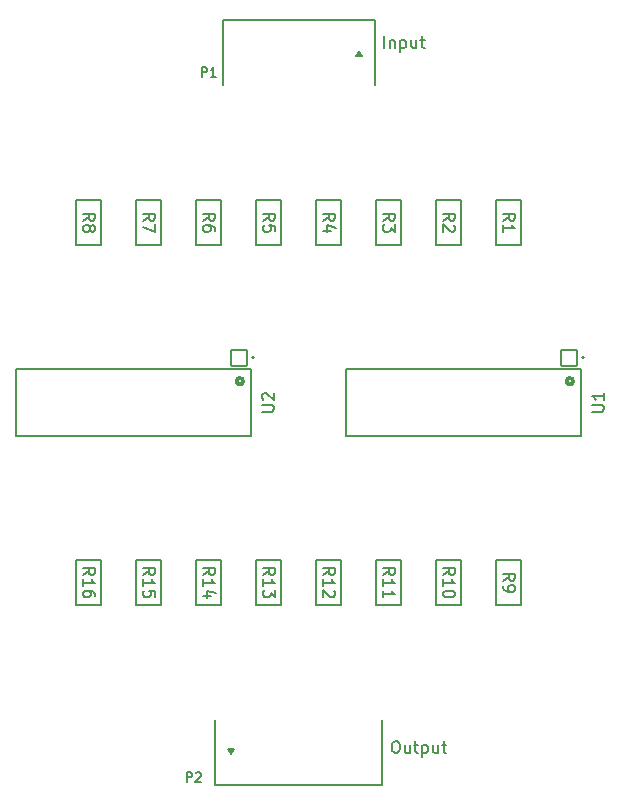
<source format=gbr>
%TF.GenerationSoftware,KiCad,Pcbnew,7.0.9*%
%TF.CreationDate,2024-01-04T07:45:15-05:00*%
%TF.ProjectId,trigger_line,74726967-6765-4725-9f6c-696e652e6b69,rev?*%
%TF.SameCoordinates,Original*%
%TF.FileFunction,Legend,Top*%
%TF.FilePolarity,Positive*%
%FSLAX46Y46*%
G04 Gerber Fmt 4.6, Leading zero omitted, Abs format (unit mm)*
G04 Created by KiCad (PCBNEW 7.0.9) date 2024-01-04 07:45:15*
%MOMM*%
%LPD*%
G01*
G04 APERTURE LIST*
G04 Aperture macros list*
%AMRoundRect*
0 Rectangle with rounded corners*
0 $1 Rounding radius*
0 $2 $3 $4 $5 $6 $7 $8 $9 X,Y pos of 4 corners*
0 Add a 4 corners polygon primitive as box body*
4,1,4,$2,$3,$4,$5,$6,$7,$8,$9,$2,$3,0*
0 Add four circle primitives for the rounded corners*
1,1,$1+$1,$2,$3*
1,1,$1+$1,$4,$5*
1,1,$1+$1,$6,$7*
1,1,$1+$1,$8,$9*
0 Add four rect primitives between the rounded corners*
20,1,$1+$1,$2,$3,$4,$5,0*
20,1,$1+$1,$4,$5,$6,$7,0*
20,1,$1+$1,$6,$7,$8,$9,0*
20,1,$1+$1,$8,$9,$2,$3,0*%
G04 Aperture macros list end*
%ADD10C,0.150000*%
%ADD11C,0.200000*%
%ADD12C,0.350000*%
%ADD13C,0.152400*%
%ADD14C,0.127000*%
%ADD15RoundRect,0.102000X-0.679000X0.679000X-0.679000X-0.679000X0.679000X-0.679000X0.679000X0.679000X0*%
%ADD16C,1.562000*%
%ADD17R,1.244600X1.244600*%
%ADD18C,1.244600*%
%ADD19O,1.220000X2.236000*%
G04 APERTURE END LIST*
D10*
X136614451Y-88392426D02*
X137424530Y-88392426D01*
X137424530Y-88392426D02*
X137519833Y-88344775D01*
X137519833Y-88344775D02*
X137567485Y-88297123D01*
X137567485Y-88297123D02*
X137615136Y-88201820D01*
X137615136Y-88201820D02*
X137615136Y-88011213D01*
X137615136Y-88011213D02*
X137567485Y-87915910D01*
X137567485Y-87915910D02*
X137519833Y-87868258D01*
X137519833Y-87868258D02*
X137424530Y-87820606D01*
X137424530Y-87820606D02*
X136614451Y-87820606D01*
X136709755Y-87391741D02*
X136662103Y-87344089D01*
X136662103Y-87344089D02*
X136614451Y-87248786D01*
X136614451Y-87248786D02*
X136614451Y-87010528D01*
X136614451Y-87010528D02*
X136662103Y-86915224D01*
X136662103Y-86915224D02*
X136709755Y-86867573D01*
X136709755Y-86867573D02*
X136805058Y-86819921D01*
X136805058Y-86819921D02*
X136900361Y-86819921D01*
X136900361Y-86819921D02*
X137043316Y-86867573D01*
X137043316Y-86867573D02*
X137615136Y-87439393D01*
X137615136Y-87439393D02*
X137615136Y-86819921D01*
X126545180Y-72223333D02*
X127021371Y-71890000D01*
X126545180Y-71651905D02*
X127545180Y-71651905D01*
X127545180Y-71651905D02*
X127545180Y-72032857D01*
X127545180Y-72032857D02*
X127497561Y-72128095D01*
X127497561Y-72128095D02*
X127449942Y-72175714D01*
X127449942Y-72175714D02*
X127354704Y-72223333D01*
X127354704Y-72223333D02*
X127211847Y-72223333D01*
X127211847Y-72223333D02*
X127116609Y-72175714D01*
X127116609Y-72175714D02*
X127068990Y-72128095D01*
X127068990Y-72128095D02*
X127021371Y-72032857D01*
X127021371Y-72032857D02*
X127021371Y-71651905D01*
X127545180Y-72556667D02*
X127545180Y-73223333D01*
X127545180Y-73223333D02*
X126545180Y-72794762D01*
X141785180Y-72223333D02*
X142261371Y-71890000D01*
X141785180Y-71651905D02*
X142785180Y-71651905D01*
X142785180Y-71651905D02*
X142785180Y-72032857D01*
X142785180Y-72032857D02*
X142737561Y-72128095D01*
X142737561Y-72128095D02*
X142689942Y-72175714D01*
X142689942Y-72175714D02*
X142594704Y-72223333D01*
X142594704Y-72223333D02*
X142451847Y-72223333D01*
X142451847Y-72223333D02*
X142356609Y-72175714D01*
X142356609Y-72175714D02*
X142308990Y-72128095D01*
X142308990Y-72128095D02*
X142261371Y-72032857D01*
X142261371Y-72032857D02*
X142261371Y-71651905D01*
X142451847Y-73080476D02*
X141785180Y-73080476D01*
X142832800Y-72842381D02*
X142118514Y-72604286D01*
X142118514Y-72604286D02*
X142118514Y-73223333D01*
X131489524Y-60052295D02*
X131489524Y-59252295D01*
X131489524Y-59252295D02*
X131794286Y-59252295D01*
X131794286Y-59252295D02*
X131870476Y-59290390D01*
X131870476Y-59290390D02*
X131908571Y-59328485D01*
X131908571Y-59328485D02*
X131946667Y-59404676D01*
X131946667Y-59404676D02*
X131946667Y-59518961D01*
X131946667Y-59518961D02*
X131908571Y-59595152D01*
X131908571Y-59595152D02*
X131870476Y-59633247D01*
X131870476Y-59633247D02*
X131794286Y-59671342D01*
X131794286Y-59671342D02*
X131489524Y-59671342D01*
X132708571Y-60052295D02*
X132251428Y-60052295D01*
X132480000Y-60052295D02*
X132480000Y-59252295D01*
X132480000Y-59252295D02*
X132403809Y-59366580D01*
X132403809Y-59366580D02*
X132327619Y-59442771D01*
X132327619Y-59442771D02*
X132251428Y-59480866D01*
X146947143Y-57604819D02*
X146947143Y-56604819D01*
X147423333Y-56938152D02*
X147423333Y-57604819D01*
X147423333Y-57033390D02*
X147470952Y-56985771D01*
X147470952Y-56985771D02*
X147566190Y-56938152D01*
X147566190Y-56938152D02*
X147709047Y-56938152D01*
X147709047Y-56938152D02*
X147804285Y-56985771D01*
X147804285Y-56985771D02*
X147851904Y-57081009D01*
X147851904Y-57081009D02*
X147851904Y-57604819D01*
X148328095Y-56938152D02*
X148328095Y-57938152D01*
X148328095Y-56985771D02*
X148423333Y-56938152D01*
X148423333Y-56938152D02*
X148613809Y-56938152D01*
X148613809Y-56938152D02*
X148709047Y-56985771D01*
X148709047Y-56985771D02*
X148756666Y-57033390D01*
X148756666Y-57033390D02*
X148804285Y-57128628D01*
X148804285Y-57128628D02*
X148804285Y-57414342D01*
X148804285Y-57414342D02*
X148756666Y-57509580D01*
X148756666Y-57509580D02*
X148709047Y-57557200D01*
X148709047Y-57557200D02*
X148613809Y-57604819D01*
X148613809Y-57604819D02*
X148423333Y-57604819D01*
X148423333Y-57604819D02*
X148328095Y-57557200D01*
X149661428Y-56938152D02*
X149661428Y-57604819D01*
X149232857Y-56938152D02*
X149232857Y-57461961D01*
X149232857Y-57461961D02*
X149280476Y-57557200D01*
X149280476Y-57557200D02*
X149375714Y-57604819D01*
X149375714Y-57604819D02*
X149518571Y-57604819D01*
X149518571Y-57604819D02*
X149613809Y-57557200D01*
X149613809Y-57557200D02*
X149661428Y-57509580D01*
X149994762Y-56938152D02*
X150375714Y-56938152D01*
X150137619Y-56604819D02*
X150137619Y-57461961D01*
X150137619Y-57461961D02*
X150185238Y-57557200D01*
X150185238Y-57557200D02*
X150280476Y-57604819D01*
X150280476Y-57604819D02*
X150375714Y-57604819D01*
X136705180Y-102227142D02*
X137181371Y-101893809D01*
X136705180Y-101655714D02*
X137705180Y-101655714D01*
X137705180Y-101655714D02*
X137705180Y-102036666D01*
X137705180Y-102036666D02*
X137657561Y-102131904D01*
X137657561Y-102131904D02*
X137609942Y-102179523D01*
X137609942Y-102179523D02*
X137514704Y-102227142D01*
X137514704Y-102227142D02*
X137371847Y-102227142D01*
X137371847Y-102227142D02*
X137276609Y-102179523D01*
X137276609Y-102179523D02*
X137228990Y-102131904D01*
X137228990Y-102131904D02*
X137181371Y-102036666D01*
X137181371Y-102036666D02*
X137181371Y-101655714D01*
X136705180Y-103179523D02*
X136705180Y-102608095D01*
X136705180Y-102893809D02*
X137705180Y-102893809D01*
X137705180Y-102893809D02*
X137562323Y-102798571D01*
X137562323Y-102798571D02*
X137467085Y-102703333D01*
X137467085Y-102703333D02*
X137419466Y-102608095D01*
X137705180Y-103512857D02*
X137705180Y-104131904D01*
X137705180Y-104131904D02*
X137324228Y-103798571D01*
X137324228Y-103798571D02*
X137324228Y-103941428D01*
X137324228Y-103941428D02*
X137276609Y-104036666D01*
X137276609Y-104036666D02*
X137228990Y-104084285D01*
X137228990Y-104084285D02*
X137133752Y-104131904D01*
X137133752Y-104131904D02*
X136895657Y-104131904D01*
X136895657Y-104131904D02*
X136800419Y-104084285D01*
X136800419Y-104084285D02*
X136752800Y-104036666D01*
X136752800Y-104036666D02*
X136705180Y-103941428D01*
X136705180Y-103941428D02*
X136705180Y-103655714D01*
X136705180Y-103655714D02*
X136752800Y-103560476D01*
X136752800Y-103560476D02*
X136800419Y-103512857D01*
X126545180Y-102227142D02*
X127021371Y-101893809D01*
X126545180Y-101655714D02*
X127545180Y-101655714D01*
X127545180Y-101655714D02*
X127545180Y-102036666D01*
X127545180Y-102036666D02*
X127497561Y-102131904D01*
X127497561Y-102131904D02*
X127449942Y-102179523D01*
X127449942Y-102179523D02*
X127354704Y-102227142D01*
X127354704Y-102227142D02*
X127211847Y-102227142D01*
X127211847Y-102227142D02*
X127116609Y-102179523D01*
X127116609Y-102179523D02*
X127068990Y-102131904D01*
X127068990Y-102131904D02*
X127021371Y-102036666D01*
X127021371Y-102036666D02*
X127021371Y-101655714D01*
X126545180Y-103179523D02*
X126545180Y-102608095D01*
X126545180Y-102893809D02*
X127545180Y-102893809D01*
X127545180Y-102893809D02*
X127402323Y-102798571D01*
X127402323Y-102798571D02*
X127307085Y-102703333D01*
X127307085Y-102703333D02*
X127259466Y-102608095D01*
X127545180Y-104084285D02*
X127545180Y-103608095D01*
X127545180Y-103608095D02*
X127068990Y-103560476D01*
X127068990Y-103560476D02*
X127116609Y-103608095D01*
X127116609Y-103608095D02*
X127164228Y-103703333D01*
X127164228Y-103703333D02*
X127164228Y-103941428D01*
X127164228Y-103941428D02*
X127116609Y-104036666D01*
X127116609Y-104036666D02*
X127068990Y-104084285D01*
X127068990Y-104084285D02*
X126973752Y-104131904D01*
X126973752Y-104131904D02*
X126735657Y-104131904D01*
X126735657Y-104131904D02*
X126640419Y-104084285D01*
X126640419Y-104084285D02*
X126592800Y-104036666D01*
X126592800Y-104036666D02*
X126545180Y-103941428D01*
X126545180Y-103941428D02*
X126545180Y-103703333D01*
X126545180Y-103703333D02*
X126592800Y-103608095D01*
X126592800Y-103608095D02*
X126640419Y-103560476D01*
X146865180Y-102227142D02*
X147341371Y-101893809D01*
X146865180Y-101655714D02*
X147865180Y-101655714D01*
X147865180Y-101655714D02*
X147865180Y-102036666D01*
X147865180Y-102036666D02*
X147817561Y-102131904D01*
X147817561Y-102131904D02*
X147769942Y-102179523D01*
X147769942Y-102179523D02*
X147674704Y-102227142D01*
X147674704Y-102227142D02*
X147531847Y-102227142D01*
X147531847Y-102227142D02*
X147436609Y-102179523D01*
X147436609Y-102179523D02*
X147388990Y-102131904D01*
X147388990Y-102131904D02*
X147341371Y-102036666D01*
X147341371Y-102036666D02*
X147341371Y-101655714D01*
X146865180Y-103179523D02*
X146865180Y-102608095D01*
X146865180Y-102893809D02*
X147865180Y-102893809D01*
X147865180Y-102893809D02*
X147722323Y-102798571D01*
X147722323Y-102798571D02*
X147627085Y-102703333D01*
X147627085Y-102703333D02*
X147579466Y-102608095D01*
X146865180Y-104131904D02*
X146865180Y-103560476D01*
X146865180Y-103846190D02*
X147865180Y-103846190D01*
X147865180Y-103846190D02*
X147722323Y-103750952D01*
X147722323Y-103750952D02*
X147627085Y-103655714D01*
X147627085Y-103655714D02*
X147579466Y-103560476D01*
X164554451Y-88392426D02*
X165364530Y-88392426D01*
X165364530Y-88392426D02*
X165459833Y-88344775D01*
X165459833Y-88344775D02*
X165507485Y-88297123D01*
X165507485Y-88297123D02*
X165555136Y-88201820D01*
X165555136Y-88201820D02*
X165555136Y-88011213D01*
X165555136Y-88011213D02*
X165507485Y-87915910D01*
X165507485Y-87915910D02*
X165459833Y-87868258D01*
X165459833Y-87868258D02*
X165364530Y-87820606D01*
X165364530Y-87820606D02*
X164554451Y-87820606D01*
X165555136Y-86819921D02*
X165555136Y-87391741D01*
X165555136Y-87105831D02*
X164554451Y-87105831D01*
X164554451Y-87105831D02*
X164697406Y-87201134D01*
X164697406Y-87201134D02*
X164792710Y-87296438D01*
X164792710Y-87296438D02*
X164840361Y-87391741D01*
X131625180Y-102227142D02*
X132101371Y-101893809D01*
X131625180Y-101655714D02*
X132625180Y-101655714D01*
X132625180Y-101655714D02*
X132625180Y-102036666D01*
X132625180Y-102036666D02*
X132577561Y-102131904D01*
X132577561Y-102131904D02*
X132529942Y-102179523D01*
X132529942Y-102179523D02*
X132434704Y-102227142D01*
X132434704Y-102227142D02*
X132291847Y-102227142D01*
X132291847Y-102227142D02*
X132196609Y-102179523D01*
X132196609Y-102179523D02*
X132148990Y-102131904D01*
X132148990Y-102131904D02*
X132101371Y-102036666D01*
X132101371Y-102036666D02*
X132101371Y-101655714D01*
X131625180Y-103179523D02*
X131625180Y-102608095D01*
X131625180Y-102893809D02*
X132625180Y-102893809D01*
X132625180Y-102893809D02*
X132482323Y-102798571D01*
X132482323Y-102798571D02*
X132387085Y-102703333D01*
X132387085Y-102703333D02*
X132339466Y-102608095D01*
X132291847Y-104036666D02*
X131625180Y-104036666D01*
X132672800Y-103798571D02*
X131958514Y-103560476D01*
X131958514Y-103560476D02*
X131958514Y-104179523D01*
X136705180Y-72223333D02*
X137181371Y-71890000D01*
X136705180Y-71651905D02*
X137705180Y-71651905D01*
X137705180Y-71651905D02*
X137705180Y-72032857D01*
X137705180Y-72032857D02*
X137657561Y-72128095D01*
X137657561Y-72128095D02*
X137609942Y-72175714D01*
X137609942Y-72175714D02*
X137514704Y-72223333D01*
X137514704Y-72223333D02*
X137371847Y-72223333D01*
X137371847Y-72223333D02*
X137276609Y-72175714D01*
X137276609Y-72175714D02*
X137228990Y-72128095D01*
X137228990Y-72128095D02*
X137181371Y-72032857D01*
X137181371Y-72032857D02*
X137181371Y-71651905D01*
X137705180Y-73128095D02*
X137705180Y-72651905D01*
X137705180Y-72651905D02*
X137228990Y-72604286D01*
X137228990Y-72604286D02*
X137276609Y-72651905D01*
X137276609Y-72651905D02*
X137324228Y-72747143D01*
X137324228Y-72747143D02*
X137324228Y-72985238D01*
X137324228Y-72985238D02*
X137276609Y-73080476D01*
X137276609Y-73080476D02*
X137228990Y-73128095D01*
X137228990Y-73128095D02*
X137133752Y-73175714D01*
X137133752Y-73175714D02*
X136895657Y-73175714D01*
X136895657Y-73175714D02*
X136800419Y-73128095D01*
X136800419Y-73128095D02*
X136752800Y-73080476D01*
X136752800Y-73080476D02*
X136705180Y-72985238D01*
X136705180Y-72985238D02*
X136705180Y-72747143D01*
X136705180Y-72747143D02*
X136752800Y-72651905D01*
X136752800Y-72651905D02*
X136800419Y-72604286D01*
X151945180Y-72223333D02*
X152421371Y-71890000D01*
X151945180Y-71651905D02*
X152945180Y-71651905D01*
X152945180Y-71651905D02*
X152945180Y-72032857D01*
X152945180Y-72032857D02*
X152897561Y-72128095D01*
X152897561Y-72128095D02*
X152849942Y-72175714D01*
X152849942Y-72175714D02*
X152754704Y-72223333D01*
X152754704Y-72223333D02*
X152611847Y-72223333D01*
X152611847Y-72223333D02*
X152516609Y-72175714D01*
X152516609Y-72175714D02*
X152468990Y-72128095D01*
X152468990Y-72128095D02*
X152421371Y-72032857D01*
X152421371Y-72032857D02*
X152421371Y-71651905D01*
X152849942Y-72604286D02*
X152897561Y-72651905D01*
X152897561Y-72651905D02*
X152945180Y-72747143D01*
X152945180Y-72747143D02*
X152945180Y-72985238D01*
X152945180Y-72985238D02*
X152897561Y-73080476D01*
X152897561Y-73080476D02*
X152849942Y-73128095D01*
X152849942Y-73128095D02*
X152754704Y-73175714D01*
X152754704Y-73175714D02*
X152659466Y-73175714D01*
X152659466Y-73175714D02*
X152516609Y-73128095D01*
X152516609Y-73128095D02*
X151945180Y-72556667D01*
X151945180Y-72556667D02*
X151945180Y-73175714D01*
X146865180Y-72223333D02*
X147341371Y-71890000D01*
X146865180Y-71651905D02*
X147865180Y-71651905D01*
X147865180Y-71651905D02*
X147865180Y-72032857D01*
X147865180Y-72032857D02*
X147817561Y-72128095D01*
X147817561Y-72128095D02*
X147769942Y-72175714D01*
X147769942Y-72175714D02*
X147674704Y-72223333D01*
X147674704Y-72223333D02*
X147531847Y-72223333D01*
X147531847Y-72223333D02*
X147436609Y-72175714D01*
X147436609Y-72175714D02*
X147388990Y-72128095D01*
X147388990Y-72128095D02*
X147341371Y-72032857D01*
X147341371Y-72032857D02*
X147341371Y-71651905D01*
X147865180Y-72556667D02*
X147865180Y-73175714D01*
X147865180Y-73175714D02*
X147484228Y-72842381D01*
X147484228Y-72842381D02*
X147484228Y-72985238D01*
X147484228Y-72985238D02*
X147436609Y-73080476D01*
X147436609Y-73080476D02*
X147388990Y-73128095D01*
X147388990Y-73128095D02*
X147293752Y-73175714D01*
X147293752Y-73175714D02*
X147055657Y-73175714D01*
X147055657Y-73175714D02*
X146960419Y-73128095D01*
X146960419Y-73128095D02*
X146912800Y-73080476D01*
X146912800Y-73080476D02*
X146865180Y-72985238D01*
X146865180Y-72985238D02*
X146865180Y-72699524D01*
X146865180Y-72699524D02*
X146912800Y-72604286D01*
X146912800Y-72604286D02*
X146960419Y-72556667D01*
X157025180Y-72223333D02*
X157501371Y-71890000D01*
X157025180Y-71651905D02*
X158025180Y-71651905D01*
X158025180Y-71651905D02*
X158025180Y-72032857D01*
X158025180Y-72032857D02*
X157977561Y-72128095D01*
X157977561Y-72128095D02*
X157929942Y-72175714D01*
X157929942Y-72175714D02*
X157834704Y-72223333D01*
X157834704Y-72223333D02*
X157691847Y-72223333D01*
X157691847Y-72223333D02*
X157596609Y-72175714D01*
X157596609Y-72175714D02*
X157548990Y-72128095D01*
X157548990Y-72128095D02*
X157501371Y-72032857D01*
X157501371Y-72032857D02*
X157501371Y-71651905D01*
X157025180Y-73175714D02*
X157025180Y-72604286D01*
X157025180Y-72890000D02*
X158025180Y-72890000D01*
X158025180Y-72890000D02*
X157882323Y-72794762D01*
X157882323Y-72794762D02*
X157787085Y-72699524D01*
X157787085Y-72699524D02*
X157739466Y-72604286D01*
X151945180Y-102227142D02*
X152421371Y-101893809D01*
X151945180Y-101655714D02*
X152945180Y-101655714D01*
X152945180Y-101655714D02*
X152945180Y-102036666D01*
X152945180Y-102036666D02*
X152897561Y-102131904D01*
X152897561Y-102131904D02*
X152849942Y-102179523D01*
X152849942Y-102179523D02*
X152754704Y-102227142D01*
X152754704Y-102227142D02*
X152611847Y-102227142D01*
X152611847Y-102227142D02*
X152516609Y-102179523D01*
X152516609Y-102179523D02*
X152468990Y-102131904D01*
X152468990Y-102131904D02*
X152421371Y-102036666D01*
X152421371Y-102036666D02*
X152421371Y-101655714D01*
X151945180Y-103179523D02*
X151945180Y-102608095D01*
X151945180Y-102893809D02*
X152945180Y-102893809D01*
X152945180Y-102893809D02*
X152802323Y-102798571D01*
X152802323Y-102798571D02*
X152707085Y-102703333D01*
X152707085Y-102703333D02*
X152659466Y-102608095D01*
X152945180Y-103798571D02*
X152945180Y-103893809D01*
X152945180Y-103893809D02*
X152897561Y-103989047D01*
X152897561Y-103989047D02*
X152849942Y-104036666D01*
X152849942Y-104036666D02*
X152754704Y-104084285D01*
X152754704Y-104084285D02*
X152564228Y-104131904D01*
X152564228Y-104131904D02*
X152326133Y-104131904D01*
X152326133Y-104131904D02*
X152135657Y-104084285D01*
X152135657Y-104084285D02*
X152040419Y-104036666D01*
X152040419Y-104036666D02*
X151992800Y-103989047D01*
X151992800Y-103989047D02*
X151945180Y-103893809D01*
X151945180Y-103893809D02*
X151945180Y-103798571D01*
X151945180Y-103798571D02*
X151992800Y-103703333D01*
X151992800Y-103703333D02*
X152040419Y-103655714D01*
X152040419Y-103655714D02*
X152135657Y-103608095D01*
X152135657Y-103608095D02*
X152326133Y-103560476D01*
X152326133Y-103560476D02*
X152564228Y-103560476D01*
X152564228Y-103560476D02*
X152754704Y-103608095D01*
X152754704Y-103608095D02*
X152849942Y-103655714D01*
X152849942Y-103655714D02*
X152897561Y-103703333D01*
X152897561Y-103703333D02*
X152945180Y-103798571D01*
X157025180Y-102703333D02*
X157501371Y-102370000D01*
X157025180Y-102131905D02*
X158025180Y-102131905D01*
X158025180Y-102131905D02*
X158025180Y-102512857D01*
X158025180Y-102512857D02*
X157977561Y-102608095D01*
X157977561Y-102608095D02*
X157929942Y-102655714D01*
X157929942Y-102655714D02*
X157834704Y-102703333D01*
X157834704Y-102703333D02*
X157691847Y-102703333D01*
X157691847Y-102703333D02*
X157596609Y-102655714D01*
X157596609Y-102655714D02*
X157548990Y-102608095D01*
X157548990Y-102608095D02*
X157501371Y-102512857D01*
X157501371Y-102512857D02*
X157501371Y-102131905D01*
X157025180Y-103179524D02*
X157025180Y-103370000D01*
X157025180Y-103370000D02*
X157072800Y-103465238D01*
X157072800Y-103465238D02*
X157120419Y-103512857D01*
X157120419Y-103512857D02*
X157263276Y-103608095D01*
X157263276Y-103608095D02*
X157453752Y-103655714D01*
X157453752Y-103655714D02*
X157834704Y-103655714D01*
X157834704Y-103655714D02*
X157929942Y-103608095D01*
X157929942Y-103608095D02*
X157977561Y-103560476D01*
X157977561Y-103560476D02*
X158025180Y-103465238D01*
X158025180Y-103465238D02*
X158025180Y-103274762D01*
X158025180Y-103274762D02*
X157977561Y-103179524D01*
X157977561Y-103179524D02*
X157929942Y-103131905D01*
X157929942Y-103131905D02*
X157834704Y-103084286D01*
X157834704Y-103084286D02*
X157596609Y-103084286D01*
X157596609Y-103084286D02*
X157501371Y-103131905D01*
X157501371Y-103131905D02*
X157453752Y-103179524D01*
X157453752Y-103179524D02*
X157406133Y-103274762D01*
X157406133Y-103274762D02*
X157406133Y-103465238D01*
X157406133Y-103465238D02*
X157453752Y-103560476D01*
X157453752Y-103560476D02*
X157501371Y-103608095D01*
X157501371Y-103608095D02*
X157596609Y-103655714D01*
X131625180Y-72223333D02*
X132101371Y-71890000D01*
X131625180Y-71651905D02*
X132625180Y-71651905D01*
X132625180Y-71651905D02*
X132625180Y-72032857D01*
X132625180Y-72032857D02*
X132577561Y-72128095D01*
X132577561Y-72128095D02*
X132529942Y-72175714D01*
X132529942Y-72175714D02*
X132434704Y-72223333D01*
X132434704Y-72223333D02*
X132291847Y-72223333D01*
X132291847Y-72223333D02*
X132196609Y-72175714D01*
X132196609Y-72175714D02*
X132148990Y-72128095D01*
X132148990Y-72128095D02*
X132101371Y-72032857D01*
X132101371Y-72032857D02*
X132101371Y-71651905D01*
X132625180Y-73080476D02*
X132625180Y-72890000D01*
X132625180Y-72890000D02*
X132577561Y-72794762D01*
X132577561Y-72794762D02*
X132529942Y-72747143D01*
X132529942Y-72747143D02*
X132387085Y-72651905D01*
X132387085Y-72651905D02*
X132196609Y-72604286D01*
X132196609Y-72604286D02*
X131815657Y-72604286D01*
X131815657Y-72604286D02*
X131720419Y-72651905D01*
X131720419Y-72651905D02*
X131672800Y-72699524D01*
X131672800Y-72699524D02*
X131625180Y-72794762D01*
X131625180Y-72794762D02*
X131625180Y-72985238D01*
X131625180Y-72985238D02*
X131672800Y-73080476D01*
X131672800Y-73080476D02*
X131720419Y-73128095D01*
X131720419Y-73128095D02*
X131815657Y-73175714D01*
X131815657Y-73175714D02*
X132053752Y-73175714D01*
X132053752Y-73175714D02*
X132148990Y-73128095D01*
X132148990Y-73128095D02*
X132196609Y-73080476D01*
X132196609Y-73080476D02*
X132244228Y-72985238D01*
X132244228Y-72985238D02*
X132244228Y-72794762D01*
X132244228Y-72794762D02*
X132196609Y-72699524D01*
X132196609Y-72699524D02*
X132148990Y-72651905D01*
X132148990Y-72651905D02*
X132053752Y-72604286D01*
X141785180Y-102227142D02*
X142261371Y-101893809D01*
X141785180Y-101655714D02*
X142785180Y-101655714D01*
X142785180Y-101655714D02*
X142785180Y-102036666D01*
X142785180Y-102036666D02*
X142737561Y-102131904D01*
X142737561Y-102131904D02*
X142689942Y-102179523D01*
X142689942Y-102179523D02*
X142594704Y-102227142D01*
X142594704Y-102227142D02*
X142451847Y-102227142D01*
X142451847Y-102227142D02*
X142356609Y-102179523D01*
X142356609Y-102179523D02*
X142308990Y-102131904D01*
X142308990Y-102131904D02*
X142261371Y-102036666D01*
X142261371Y-102036666D02*
X142261371Y-101655714D01*
X141785180Y-103179523D02*
X141785180Y-102608095D01*
X141785180Y-102893809D02*
X142785180Y-102893809D01*
X142785180Y-102893809D02*
X142642323Y-102798571D01*
X142642323Y-102798571D02*
X142547085Y-102703333D01*
X142547085Y-102703333D02*
X142499466Y-102608095D01*
X142689942Y-103560476D02*
X142737561Y-103608095D01*
X142737561Y-103608095D02*
X142785180Y-103703333D01*
X142785180Y-103703333D02*
X142785180Y-103941428D01*
X142785180Y-103941428D02*
X142737561Y-104036666D01*
X142737561Y-104036666D02*
X142689942Y-104084285D01*
X142689942Y-104084285D02*
X142594704Y-104131904D01*
X142594704Y-104131904D02*
X142499466Y-104131904D01*
X142499466Y-104131904D02*
X142356609Y-104084285D01*
X142356609Y-104084285D02*
X141785180Y-103512857D01*
X141785180Y-103512857D02*
X141785180Y-104131904D01*
X121465180Y-72223333D02*
X121941371Y-71890000D01*
X121465180Y-71651905D02*
X122465180Y-71651905D01*
X122465180Y-71651905D02*
X122465180Y-72032857D01*
X122465180Y-72032857D02*
X122417561Y-72128095D01*
X122417561Y-72128095D02*
X122369942Y-72175714D01*
X122369942Y-72175714D02*
X122274704Y-72223333D01*
X122274704Y-72223333D02*
X122131847Y-72223333D01*
X122131847Y-72223333D02*
X122036609Y-72175714D01*
X122036609Y-72175714D02*
X121988990Y-72128095D01*
X121988990Y-72128095D02*
X121941371Y-72032857D01*
X121941371Y-72032857D02*
X121941371Y-71651905D01*
X122036609Y-72794762D02*
X122084228Y-72699524D01*
X122084228Y-72699524D02*
X122131847Y-72651905D01*
X122131847Y-72651905D02*
X122227085Y-72604286D01*
X122227085Y-72604286D02*
X122274704Y-72604286D01*
X122274704Y-72604286D02*
X122369942Y-72651905D01*
X122369942Y-72651905D02*
X122417561Y-72699524D01*
X122417561Y-72699524D02*
X122465180Y-72794762D01*
X122465180Y-72794762D02*
X122465180Y-72985238D01*
X122465180Y-72985238D02*
X122417561Y-73080476D01*
X122417561Y-73080476D02*
X122369942Y-73128095D01*
X122369942Y-73128095D02*
X122274704Y-73175714D01*
X122274704Y-73175714D02*
X122227085Y-73175714D01*
X122227085Y-73175714D02*
X122131847Y-73128095D01*
X122131847Y-73128095D02*
X122084228Y-73080476D01*
X122084228Y-73080476D02*
X122036609Y-72985238D01*
X122036609Y-72985238D02*
X122036609Y-72794762D01*
X122036609Y-72794762D02*
X121988990Y-72699524D01*
X121988990Y-72699524D02*
X121941371Y-72651905D01*
X121941371Y-72651905D02*
X121846133Y-72604286D01*
X121846133Y-72604286D02*
X121655657Y-72604286D01*
X121655657Y-72604286D02*
X121560419Y-72651905D01*
X121560419Y-72651905D02*
X121512800Y-72699524D01*
X121512800Y-72699524D02*
X121465180Y-72794762D01*
X121465180Y-72794762D02*
X121465180Y-72985238D01*
X121465180Y-72985238D02*
X121512800Y-73080476D01*
X121512800Y-73080476D02*
X121560419Y-73128095D01*
X121560419Y-73128095D02*
X121655657Y-73175714D01*
X121655657Y-73175714D02*
X121846133Y-73175714D01*
X121846133Y-73175714D02*
X121941371Y-73128095D01*
X121941371Y-73128095D02*
X121988990Y-73080476D01*
X121988990Y-73080476D02*
X122036609Y-72985238D01*
X121465180Y-102227142D02*
X121941371Y-101893809D01*
X121465180Y-101655714D02*
X122465180Y-101655714D01*
X122465180Y-101655714D02*
X122465180Y-102036666D01*
X122465180Y-102036666D02*
X122417561Y-102131904D01*
X122417561Y-102131904D02*
X122369942Y-102179523D01*
X122369942Y-102179523D02*
X122274704Y-102227142D01*
X122274704Y-102227142D02*
X122131847Y-102227142D01*
X122131847Y-102227142D02*
X122036609Y-102179523D01*
X122036609Y-102179523D02*
X121988990Y-102131904D01*
X121988990Y-102131904D02*
X121941371Y-102036666D01*
X121941371Y-102036666D02*
X121941371Y-101655714D01*
X121465180Y-103179523D02*
X121465180Y-102608095D01*
X121465180Y-102893809D02*
X122465180Y-102893809D01*
X122465180Y-102893809D02*
X122322323Y-102798571D01*
X122322323Y-102798571D02*
X122227085Y-102703333D01*
X122227085Y-102703333D02*
X122179466Y-102608095D01*
X122465180Y-104036666D02*
X122465180Y-103846190D01*
X122465180Y-103846190D02*
X122417561Y-103750952D01*
X122417561Y-103750952D02*
X122369942Y-103703333D01*
X122369942Y-103703333D02*
X122227085Y-103608095D01*
X122227085Y-103608095D02*
X122036609Y-103560476D01*
X122036609Y-103560476D02*
X121655657Y-103560476D01*
X121655657Y-103560476D02*
X121560419Y-103608095D01*
X121560419Y-103608095D02*
X121512800Y-103655714D01*
X121512800Y-103655714D02*
X121465180Y-103750952D01*
X121465180Y-103750952D02*
X121465180Y-103941428D01*
X121465180Y-103941428D02*
X121512800Y-104036666D01*
X121512800Y-104036666D02*
X121560419Y-104084285D01*
X121560419Y-104084285D02*
X121655657Y-104131904D01*
X121655657Y-104131904D02*
X121893752Y-104131904D01*
X121893752Y-104131904D02*
X121988990Y-104084285D01*
X121988990Y-104084285D02*
X122036609Y-104036666D01*
X122036609Y-104036666D02*
X122084228Y-103941428D01*
X122084228Y-103941428D02*
X122084228Y-103750952D01*
X122084228Y-103750952D02*
X122036609Y-103655714D01*
X122036609Y-103655714D02*
X121988990Y-103608095D01*
X121988990Y-103608095D02*
X121893752Y-103560476D01*
X130219524Y-119742295D02*
X130219524Y-118942295D01*
X130219524Y-118942295D02*
X130524286Y-118942295D01*
X130524286Y-118942295D02*
X130600476Y-118980390D01*
X130600476Y-118980390D02*
X130638571Y-119018485D01*
X130638571Y-119018485D02*
X130676667Y-119094676D01*
X130676667Y-119094676D02*
X130676667Y-119208961D01*
X130676667Y-119208961D02*
X130638571Y-119285152D01*
X130638571Y-119285152D02*
X130600476Y-119323247D01*
X130600476Y-119323247D02*
X130524286Y-119361342D01*
X130524286Y-119361342D02*
X130219524Y-119361342D01*
X130981428Y-119018485D02*
X131019524Y-118980390D01*
X131019524Y-118980390D02*
X131095714Y-118942295D01*
X131095714Y-118942295D02*
X131286190Y-118942295D01*
X131286190Y-118942295D02*
X131362381Y-118980390D01*
X131362381Y-118980390D02*
X131400476Y-119018485D01*
X131400476Y-119018485D02*
X131438571Y-119094676D01*
X131438571Y-119094676D02*
X131438571Y-119170866D01*
X131438571Y-119170866D02*
X131400476Y-119285152D01*
X131400476Y-119285152D02*
X130943333Y-119742295D01*
X130943333Y-119742295D02*
X131438571Y-119742295D01*
X147836190Y-116294819D02*
X148026666Y-116294819D01*
X148026666Y-116294819D02*
X148121904Y-116342438D01*
X148121904Y-116342438D02*
X148217142Y-116437676D01*
X148217142Y-116437676D02*
X148264761Y-116628152D01*
X148264761Y-116628152D02*
X148264761Y-116961485D01*
X148264761Y-116961485D02*
X148217142Y-117151961D01*
X148217142Y-117151961D02*
X148121904Y-117247200D01*
X148121904Y-117247200D02*
X148026666Y-117294819D01*
X148026666Y-117294819D02*
X147836190Y-117294819D01*
X147836190Y-117294819D02*
X147740952Y-117247200D01*
X147740952Y-117247200D02*
X147645714Y-117151961D01*
X147645714Y-117151961D02*
X147598095Y-116961485D01*
X147598095Y-116961485D02*
X147598095Y-116628152D01*
X147598095Y-116628152D02*
X147645714Y-116437676D01*
X147645714Y-116437676D02*
X147740952Y-116342438D01*
X147740952Y-116342438D02*
X147836190Y-116294819D01*
X149121904Y-116628152D02*
X149121904Y-117294819D01*
X148693333Y-116628152D02*
X148693333Y-117151961D01*
X148693333Y-117151961D02*
X148740952Y-117247200D01*
X148740952Y-117247200D02*
X148836190Y-117294819D01*
X148836190Y-117294819D02*
X148979047Y-117294819D01*
X148979047Y-117294819D02*
X149074285Y-117247200D01*
X149074285Y-117247200D02*
X149121904Y-117199580D01*
X149455238Y-116628152D02*
X149836190Y-116628152D01*
X149598095Y-116294819D02*
X149598095Y-117151961D01*
X149598095Y-117151961D02*
X149645714Y-117247200D01*
X149645714Y-117247200D02*
X149740952Y-117294819D01*
X149740952Y-117294819D02*
X149836190Y-117294819D01*
X150169524Y-116628152D02*
X150169524Y-117628152D01*
X150169524Y-116675771D02*
X150264762Y-116628152D01*
X150264762Y-116628152D02*
X150455238Y-116628152D01*
X150455238Y-116628152D02*
X150550476Y-116675771D01*
X150550476Y-116675771D02*
X150598095Y-116723390D01*
X150598095Y-116723390D02*
X150645714Y-116818628D01*
X150645714Y-116818628D02*
X150645714Y-117104342D01*
X150645714Y-117104342D02*
X150598095Y-117199580D01*
X150598095Y-117199580D02*
X150550476Y-117247200D01*
X150550476Y-117247200D02*
X150455238Y-117294819D01*
X150455238Y-117294819D02*
X150264762Y-117294819D01*
X150264762Y-117294819D02*
X150169524Y-117247200D01*
X151502857Y-116628152D02*
X151502857Y-117294819D01*
X151074286Y-116628152D02*
X151074286Y-117151961D01*
X151074286Y-117151961D02*
X151121905Y-117247200D01*
X151121905Y-117247200D02*
X151217143Y-117294819D01*
X151217143Y-117294819D02*
X151360000Y-117294819D01*
X151360000Y-117294819D02*
X151455238Y-117247200D01*
X151455238Y-117247200D02*
X151502857Y-117199580D01*
X151836191Y-116628152D02*
X152217143Y-116628152D01*
X151979048Y-116294819D02*
X151979048Y-117151961D01*
X151979048Y-117151961D02*
X152026667Y-117247200D01*
X152026667Y-117247200D02*
X152121905Y-117294819D01*
X152121905Y-117294819D02*
X152217143Y-117294819D01*
D11*
%TO.C,U2*%
X135690000Y-84830000D02*
X135690000Y-90430000D01*
X115770000Y-84830000D02*
X135690000Y-84830000D01*
X135690000Y-90430000D02*
X115770000Y-90430000D01*
X115770000Y-90430000D02*
X115770000Y-84830000D01*
X135930000Y-83830000D02*
G75*
G03*
X135930000Y-83830000I-100000J0D01*
G01*
D12*
X135010000Y-85830000D02*
G75*
G03*
X135010000Y-85830000I-280000J0D01*
G01*
D13*
%TO.C,R7*%
X128054100Y-70459600D02*
X125945900Y-70459600D01*
X125945900Y-70459600D02*
X125945900Y-74320400D01*
X128054100Y-74320400D02*
X128054100Y-70459600D01*
X125945900Y-74320400D02*
X128054100Y-74320400D01*
%TO.C,R4*%
X143294100Y-70459600D02*
X141185900Y-70459600D01*
X141185900Y-70459600D02*
X141185900Y-74320400D01*
X143294100Y-74320400D02*
X143294100Y-70459600D01*
X141185900Y-74320400D02*
X143294100Y-74320400D01*
D14*
%TO.C,P1*%
X146180000Y-55240000D02*
X146180000Y-60740000D01*
X133300000Y-60740000D02*
X133300000Y-55240000D01*
X133300000Y-55240000D02*
X146180000Y-55240000D01*
X145074000Y-58293000D02*
X144566000Y-58293000D01*
X144820000Y-57912000D01*
X145074000Y-58293000D01*
G36*
X145074000Y-58293000D02*
G01*
X144566000Y-58293000D01*
X144820000Y-57912000D01*
X145074000Y-58293000D01*
G37*
D13*
%TO.C,R13*%
X138214100Y-100939600D02*
X136105900Y-100939600D01*
X136105900Y-100939600D02*
X136105900Y-104800400D01*
X138214100Y-104800400D02*
X138214100Y-100939600D01*
X136105900Y-104800400D02*
X138214100Y-104800400D01*
%TO.C,R15*%
X128054100Y-100939600D02*
X125945900Y-100939600D01*
X125945900Y-100939600D02*
X125945900Y-104800400D01*
X128054100Y-104800400D02*
X128054100Y-100939600D01*
X125945900Y-104800400D02*
X128054100Y-104800400D01*
%TO.C,R11*%
X148374100Y-100939600D02*
X146265900Y-100939600D01*
X146265900Y-100939600D02*
X146265900Y-104800400D01*
X148374100Y-104800400D02*
X148374100Y-100939600D01*
X146265900Y-104800400D02*
X148374100Y-104800400D01*
D11*
%TO.C,U1*%
X163630000Y-84830000D02*
X163630000Y-90430000D01*
X143710000Y-84830000D02*
X163630000Y-84830000D01*
X163630000Y-90430000D02*
X143710000Y-90430000D01*
X143710000Y-90430000D02*
X143710000Y-84830000D01*
X163870000Y-83830000D02*
G75*
G03*
X163870000Y-83830000I-100000J0D01*
G01*
D12*
X162950000Y-85830000D02*
G75*
G03*
X162950000Y-85830000I-280000J0D01*
G01*
D13*
%TO.C,R14*%
X133134100Y-100939600D02*
X131025900Y-100939600D01*
X131025900Y-100939600D02*
X131025900Y-104800400D01*
X133134100Y-104800400D02*
X133134100Y-100939600D01*
X131025900Y-104800400D02*
X133134100Y-104800400D01*
%TO.C,R5*%
X138214100Y-70459600D02*
X136105900Y-70459600D01*
X136105900Y-70459600D02*
X136105900Y-74320400D01*
X138214100Y-74320400D02*
X138214100Y-70459600D01*
X136105900Y-74320400D02*
X138214100Y-74320400D01*
%TO.C,R2*%
X153454100Y-70459600D02*
X151345900Y-70459600D01*
X151345900Y-70459600D02*
X151345900Y-74320400D01*
X153454100Y-74320400D02*
X153454100Y-70459600D01*
X151345900Y-74320400D02*
X153454100Y-74320400D01*
%TO.C,R3*%
X148374100Y-70459600D02*
X146265900Y-70459600D01*
X146265900Y-70459600D02*
X146265900Y-74320400D01*
X148374100Y-74320400D02*
X148374100Y-70459600D01*
X146265900Y-74320400D02*
X148374100Y-74320400D01*
%TO.C,R1*%
X158534100Y-70459600D02*
X156425900Y-70459600D01*
X156425900Y-70459600D02*
X156425900Y-74320400D01*
X158534100Y-74320400D02*
X158534100Y-70459600D01*
X156425900Y-74320400D02*
X158534100Y-74320400D01*
%TO.C,R10*%
X153454100Y-100939600D02*
X151345900Y-100939600D01*
X151345900Y-100939600D02*
X151345900Y-104800400D01*
X153454100Y-104800400D02*
X153454100Y-100939600D01*
X151345900Y-104800400D02*
X153454100Y-104800400D01*
%TO.C,R9*%
X158534100Y-100939600D02*
X156425900Y-100939600D01*
X156425900Y-100939600D02*
X156425900Y-104800400D01*
X158534100Y-104800400D02*
X158534100Y-100939600D01*
X156425900Y-104800400D02*
X158534100Y-104800400D01*
%TO.C,R6*%
X133134100Y-70459600D02*
X131025900Y-70459600D01*
X131025900Y-70459600D02*
X131025900Y-74320400D01*
X133134100Y-74320400D02*
X133134100Y-70459600D01*
X131025900Y-74320400D02*
X133134100Y-74320400D01*
%TO.C,R12*%
X143294100Y-100939600D02*
X141185900Y-100939600D01*
X141185900Y-100939600D02*
X141185900Y-104800400D01*
X143294100Y-104800400D02*
X143294100Y-100939600D01*
X141185900Y-104800400D02*
X143294100Y-104800400D01*
%TO.C,R8*%
X122974100Y-70459600D02*
X120865900Y-70459600D01*
X120865900Y-70459600D02*
X120865900Y-74320400D01*
X122974100Y-74320400D02*
X122974100Y-70459600D01*
X120865900Y-74320400D02*
X122974100Y-74320400D01*
%TO.C,R16*%
X122974100Y-100939600D02*
X120865900Y-100939600D01*
X120865900Y-100939600D02*
X120865900Y-104800400D01*
X122974100Y-104800400D02*
X122974100Y-100939600D01*
X120865900Y-104800400D02*
X122974100Y-104800400D01*
%TO.C,P2*%
D14*
X133985000Y-117348000D02*
X133731000Y-116967000D01*
X134239000Y-116967000D01*
X133985000Y-117348000D01*
G36*
X133985000Y-117348000D02*
G01*
X133731000Y-116967000D01*
X134239000Y-116967000D01*
X133985000Y-117348000D01*
G37*
X146775000Y-120020000D02*
X132625000Y-120020000D01*
X146775000Y-114520000D02*
X146775000Y-120020000D01*
X132625000Y-120020000D02*
X132625000Y-114520000D01*
%TD*%
%LPC*%
D15*
%TO.C,U2*%
X134620000Y-83820000D03*
D16*
X132080000Y-83820000D03*
X129540000Y-83820000D03*
X127000000Y-83820000D03*
X124460000Y-83820000D03*
X121920000Y-83820000D03*
X119380000Y-83820000D03*
X116840000Y-83820000D03*
X116840000Y-91440000D03*
X119380000Y-91440000D03*
X121920000Y-91440000D03*
X124460000Y-91440000D03*
X127000000Y-91440000D03*
X129540000Y-91440000D03*
X132080000Y-91440000D03*
X134620000Y-91440000D03*
%TD*%
D17*
%TO.C,R7*%
X127000000Y-68580000D03*
D18*
X127000000Y-76200000D03*
%TD*%
D17*
%TO.C,R4*%
X142240000Y-68580000D03*
D18*
X142240000Y-76200000D03*
%TD*%
D19*
%TO.C,P1*%
X144740000Y-59690000D03*
X143490000Y-59690000D03*
X142240000Y-59690000D03*
X140990000Y-59690000D03*
X139740000Y-59690000D03*
X138490000Y-59690000D03*
X137240000Y-59690000D03*
X135990000Y-59690000D03*
X134740000Y-59690000D03*
%TD*%
D17*
%TO.C,R13*%
X137160000Y-99060000D03*
D18*
X137160000Y-106680000D03*
%TD*%
D17*
%TO.C,R15*%
X127000000Y-99060000D03*
D18*
X127000000Y-106680000D03*
%TD*%
D17*
%TO.C,R11*%
X147320000Y-99060000D03*
D18*
X147320000Y-106680000D03*
%TD*%
D15*
%TO.C,U1*%
X162560000Y-83820000D03*
D16*
X160020000Y-83820000D03*
X157480000Y-83820000D03*
X154940000Y-83820000D03*
X152400000Y-83820000D03*
X149860000Y-83820000D03*
X147320000Y-83820000D03*
X144780000Y-83820000D03*
X144780000Y-91440000D03*
X147320000Y-91440000D03*
X149860000Y-91440000D03*
X152400000Y-91440000D03*
X154940000Y-91440000D03*
X157480000Y-91440000D03*
X160020000Y-91440000D03*
X162560000Y-91440000D03*
%TD*%
D17*
%TO.C,R14*%
X132080000Y-99060000D03*
D18*
X132080000Y-106680000D03*
%TD*%
D17*
%TO.C,R5*%
X137160000Y-68580000D03*
D18*
X137160000Y-76200000D03*
%TD*%
D17*
%TO.C,R2*%
X152400000Y-68580000D03*
D18*
X152400000Y-76200000D03*
%TD*%
D17*
%TO.C,R3*%
X147320000Y-68580000D03*
D18*
X147320000Y-76200000D03*
%TD*%
D17*
%TO.C,R1*%
X157480000Y-68580000D03*
D18*
X157480000Y-76200000D03*
%TD*%
D17*
%TO.C,R10*%
X152400000Y-99060000D03*
D18*
X152400000Y-106680000D03*
%TD*%
D17*
%TO.C,R9*%
X157480000Y-99060000D03*
D18*
X157480000Y-106680000D03*
%TD*%
D17*
%TO.C,R6*%
X132080000Y-68580000D03*
D18*
X132080000Y-76200000D03*
%TD*%
D17*
%TO.C,R12*%
X142240000Y-99060000D03*
D18*
X142240000Y-106680000D03*
%TD*%
D17*
%TO.C,R8*%
X121920000Y-68580000D03*
D18*
X121920000Y-76200000D03*
%TD*%
D17*
%TO.C,R16*%
X121920000Y-99060000D03*
D18*
X121920000Y-106680000D03*
%TD*%
D19*
%TO.C,P2*%
X145325000Y-115570000D03*
X144075000Y-115570000D03*
X142825000Y-115570000D03*
X141575000Y-115570000D03*
X140325000Y-115570000D03*
X139075000Y-115570000D03*
X137825000Y-115570000D03*
X136575000Y-115570000D03*
X135325000Y-115570000D03*
X134075000Y-115570000D03*
%TD*%
%LPD*%
M02*

</source>
